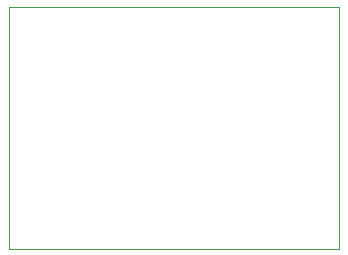
<source format=gbr>
%TF.GenerationSoftware,KiCad,Pcbnew,9.0.4*%
%TF.CreationDate,2025-10-29T17:36:43+05:30*%
%TF.ProjectId,usb_to_3.3v,7573625f-746f-45f3-932e-33762e6b6963,rev?*%
%TF.SameCoordinates,Original*%
%TF.FileFunction,Profile,NP*%
%FSLAX46Y46*%
G04 Gerber Fmt 4.6, Leading zero omitted, Abs format (unit mm)*
G04 Created by KiCad (PCBNEW 9.0.4) date 2025-10-29 17:36:43*
%MOMM*%
%LPD*%
G01*
G04 APERTURE LIST*
%TA.AperFunction,Profile*%
%ADD10C,0.050000*%
%TD*%
G04 APERTURE END LIST*
D10*
X135000000Y-75000000D02*
X163000000Y-75000000D01*
X163000000Y-95500000D01*
X135000000Y-95500000D01*
X135000000Y-75000000D01*
M02*

</source>
